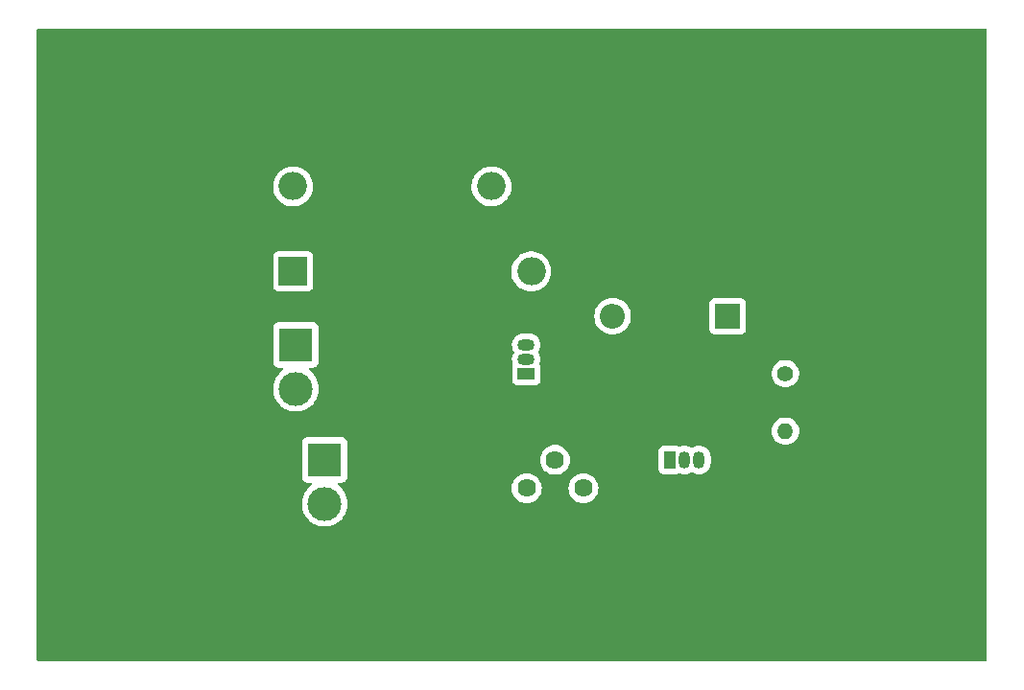
<source format=gbr>
%TF.GenerationSoftware,KiCad,Pcbnew,(6.0.4)*%
%TF.CreationDate,2022-06-07T17:35:18+05:30*%
%TF.ProjectId,sneka batch,736e656b-6120-4626-9174-63682e6b6963,rev?*%
%TF.SameCoordinates,Original*%
%TF.FileFunction,Copper,L2,Bot*%
%TF.FilePolarity,Positive*%
%FSLAX46Y46*%
G04 Gerber Fmt 4.6, Leading zero omitted, Abs format (unit mm)*
G04 Created by KiCad (PCBNEW (6.0.4)) date 2022-06-07 17:35:18*
%MOMM*%
%LPD*%
G01*
G04 APERTURE LIST*
%TA.AperFunction,ComponentPad*%
%ADD10R,3.000000X3.000000*%
%TD*%
%TA.AperFunction,ComponentPad*%
%ADD11C,3.000000*%
%TD*%
%TA.AperFunction,ComponentPad*%
%ADD12C,1.620000*%
%TD*%
%TA.AperFunction,ComponentPad*%
%ADD13C,1.400000*%
%TD*%
%TA.AperFunction,ComponentPad*%
%ADD14O,1.400000X1.400000*%
%TD*%
%TA.AperFunction,ComponentPad*%
%ADD15R,1.500000X1.050000*%
%TD*%
%TA.AperFunction,ComponentPad*%
%ADD16O,1.500000X1.050000*%
%TD*%
%TA.AperFunction,ComponentPad*%
%ADD17R,1.050000X1.500000*%
%TD*%
%TA.AperFunction,ComponentPad*%
%ADD18O,1.050000X1.500000*%
%TD*%
%TA.AperFunction,ComponentPad*%
%ADD19R,2.500000X2.500000*%
%TD*%
%TA.AperFunction,ComponentPad*%
%ADD20O,2.500000X2.500000*%
%TD*%
%TA.AperFunction,ComponentPad*%
%ADD21R,2.200000X2.200000*%
%TD*%
%TA.AperFunction,ComponentPad*%
%ADD22O,2.200000X2.200000*%
%TD*%
G04 APERTURE END LIST*
D10*
%TO.P,J2,1,Pin_1*%
%TO.N,Net-(D1-Pad1)*%
X127000000Y-60960000D03*
D11*
%TO.P,J2,2,Pin_2*%
%TO.N,Net-(Q1-Pad1)*%
X127000000Y-64840000D03*
%TD*%
D12*
%TO.P,RV1,1,1*%
%TO.N,Net-(J1-Pad2)*%
X147360000Y-73620000D03*
%TO.P,RV1,2,2*%
X149860000Y-71120000D03*
%TO.P,RV1,3,3*%
%TO.N,Net-(Q1-Pad1)*%
X152360000Y-73620000D03*
%TD*%
D13*
%TO.P,R1,1*%
%TO.N,Net-(D1-Pad1)*%
X170180000Y-63500000D03*
D14*
%TO.P,R1,2*%
%TO.N,Net-(Q1-Pad3)*%
X170180000Y-68580000D03*
%TD*%
D15*
%TO.P,Q2,1,E*%
%TO.N,Net-(Q1-Pad1)*%
X147320000Y-63500000D03*
D16*
%TO.P,Q2,2,B*%
%TO.N,Net-(Q1-Pad3)*%
X147320000Y-62230000D03*
%TO.P,Q2,3,C*%
%TO.N,Net-(D1-Pad2)*%
X147320000Y-60960000D03*
%TD*%
D17*
%TO.P,Q1,1,E*%
%TO.N,Net-(Q1-Pad1)*%
X160020000Y-71120000D03*
D18*
%TO.P,Q1,2,B*%
%TO.N,Net-(J1-Pad2)*%
X161290000Y-71120000D03*
%TO.P,Q1,3,C*%
%TO.N,Net-(Q1-Pad3)*%
X162560000Y-71120000D03*
%TD*%
D19*
%TO.P,K1,1*%
%TO.N,Net-(D1-Pad1)*%
X126752500Y-54457500D03*
D20*
%TO.P,K1,3*%
%TO.N,unconnected-(K1-Pad3)*%
X147752500Y-54457500D03*
%TO.P,K1,5*%
%TO.N,unconnected-(K1-Pad5)*%
X144252500Y-46957500D03*
%TO.P,K1,6*%
%TO.N,Net-(D1-Pad2)*%
X126752500Y-46957500D03*
%TD*%
D10*
%TO.P,J1,1,Pin_1*%
%TO.N,Net-(D1-Pad1)*%
X129540000Y-71120000D03*
D11*
%TO.P,J1,2,Pin_2*%
%TO.N,Net-(J1-Pad2)*%
X129540000Y-75000000D03*
%TD*%
D21*
%TO.P,D1,1,K*%
%TO.N,Net-(D1-Pad1)*%
X165100000Y-58420000D03*
D22*
%TO.P,D1,2,A*%
%TO.N,Net-(D1-Pad2)*%
X154940000Y-58420000D03*
%TD*%
%TA.AperFunction,NonConductor*%
G36*
X187902121Y-33040002D02*
G01*
X187948614Y-33093658D01*
X187960000Y-33146000D01*
X187960000Y-88774000D01*
X187939998Y-88842121D01*
X187886342Y-88888614D01*
X187834000Y-88900000D01*
X104266000Y-88900000D01*
X104197879Y-88879998D01*
X104151386Y-88826342D01*
X104140000Y-88774000D01*
X104140000Y-74978918D01*
X127526917Y-74978918D01*
X127542682Y-75252320D01*
X127543507Y-75256525D01*
X127543508Y-75256533D01*
X127554127Y-75310657D01*
X127595405Y-75521053D01*
X127596792Y-75525103D01*
X127596793Y-75525108D01*
X127617605Y-75585895D01*
X127684112Y-75780144D01*
X127807160Y-76024799D01*
X127809586Y-76028328D01*
X127809589Y-76028334D01*
X127959843Y-76246953D01*
X127962274Y-76250490D01*
X128146582Y-76453043D01*
X128356675Y-76628707D01*
X128360316Y-76630991D01*
X128585024Y-76771951D01*
X128585028Y-76771953D01*
X128588664Y-76774234D01*
X128656544Y-76804883D01*
X128834345Y-76885164D01*
X128834349Y-76885166D01*
X128838257Y-76886930D01*
X128842377Y-76888150D01*
X128842376Y-76888150D01*
X129096723Y-76963491D01*
X129096727Y-76963492D01*
X129100836Y-76964709D01*
X129105070Y-76965357D01*
X129105075Y-76965358D01*
X129367298Y-77005483D01*
X129367300Y-77005483D01*
X129371540Y-77006132D01*
X129510912Y-77008322D01*
X129641071Y-77010367D01*
X129641077Y-77010367D01*
X129645362Y-77010434D01*
X129917235Y-76977534D01*
X130182127Y-76908041D01*
X130186087Y-76906401D01*
X130186092Y-76906399D01*
X130308631Y-76855641D01*
X130435136Y-76803241D01*
X130671582Y-76665073D01*
X130887089Y-76496094D01*
X130928809Y-76453043D01*
X131074686Y-76302509D01*
X131077669Y-76299431D01*
X131080202Y-76295983D01*
X131080206Y-76295978D01*
X131237257Y-76082178D01*
X131239795Y-76078723D01*
X131267154Y-76028334D01*
X131368418Y-75841830D01*
X131368419Y-75841828D01*
X131370468Y-75838054D01*
X131467269Y-75581877D01*
X131528407Y-75314933D01*
X131552751Y-75042161D01*
X131553193Y-75000000D01*
X131547876Y-74922006D01*
X131534859Y-74731055D01*
X131534858Y-74731049D01*
X131534567Y-74726778D01*
X131479032Y-74458612D01*
X131387617Y-74200465D01*
X131262013Y-73957112D01*
X131252040Y-73942921D01*
X131107008Y-73736562D01*
X131104545Y-73733057D01*
X130999486Y-73620000D01*
X146036464Y-73620000D01*
X146056571Y-73849830D01*
X146116283Y-74072676D01*
X146118608Y-74077661D01*
X146211458Y-74276781D01*
X146211461Y-74276786D01*
X146213784Y-74281768D01*
X146216941Y-74286276D01*
X146340551Y-74462809D01*
X146346113Y-74470753D01*
X146509247Y-74633887D01*
X146513755Y-74637044D01*
X146513758Y-74637046D01*
X146592630Y-74692272D01*
X146698232Y-74766216D01*
X146703214Y-74768539D01*
X146703219Y-74768542D01*
X146809558Y-74818128D01*
X146907324Y-74863717D01*
X147130170Y-74923429D01*
X147360000Y-74943536D01*
X147589830Y-74923429D01*
X147812676Y-74863717D01*
X147910442Y-74818128D01*
X148016781Y-74768542D01*
X148016786Y-74768539D01*
X148021768Y-74766216D01*
X148127370Y-74692272D01*
X148206242Y-74637046D01*
X148206245Y-74637044D01*
X148210753Y-74633887D01*
X148373887Y-74470753D01*
X148379450Y-74462809D01*
X148503059Y-74286276D01*
X148506216Y-74281768D01*
X148508539Y-74276786D01*
X148508542Y-74276781D01*
X148601392Y-74077661D01*
X148603717Y-74072676D01*
X148663429Y-73849830D01*
X148683536Y-73620000D01*
X151036464Y-73620000D01*
X151056571Y-73849830D01*
X151116283Y-74072676D01*
X151118608Y-74077661D01*
X151211458Y-74276781D01*
X151211461Y-74276786D01*
X151213784Y-74281768D01*
X151216941Y-74286276D01*
X151340551Y-74462809D01*
X151346113Y-74470753D01*
X151509247Y-74633887D01*
X151513755Y-74637044D01*
X151513758Y-74637046D01*
X151592630Y-74692272D01*
X151698232Y-74766216D01*
X151703214Y-74768539D01*
X151703219Y-74768542D01*
X151809558Y-74818128D01*
X151907324Y-74863717D01*
X152130170Y-74923429D01*
X152360000Y-74943536D01*
X152589830Y-74923429D01*
X152812676Y-74863717D01*
X152910442Y-74818128D01*
X153016781Y-74768542D01*
X153016786Y-74768539D01*
X153021768Y-74766216D01*
X153127370Y-74692272D01*
X153206242Y-74637046D01*
X153206245Y-74637044D01*
X153210753Y-74633887D01*
X153373887Y-74470753D01*
X153379450Y-74462809D01*
X153503059Y-74286276D01*
X153506216Y-74281768D01*
X153508539Y-74276786D01*
X153508542Y-74276781D01*
X153601392Y-74077661D01*
X153603717Y-74072676D01*
X153663429Y-73849830D01*
X153683536Y-73620000D01*
X153663429Y-73390170D01*
X153603717Y-73167324D01*
X153556109Y-73065229D01*
X153508542Y-72963219D01*
X153508539Y-72963214D01*
X153506216Y-72958232D01*
X153373887Y-72769247D01*
X153210753Y-72606113D01*
X153206245Y-72602956D01*
X153206242Y-72602954D01*
X153127370Y-72547728D01*
X153021768Y-72473784D01*
X153016786Y-72471461D01*
X153016781Y-72471458D01*
X152828101Y-72383476D01*
X152812676Y-72376283D01*
X152589830Y-72316571D01*
X152360000Y-72296464D01*
X152130170Y-72316571D01*
X151907324Y-72376283D01*
X151891899Y-72383476D01*
X151703219Y-72471458D01*
X151703214Y-72471461D01*
X151698232Y-72473784D01*
X151592630Y-72547728D01*
X151513758Y-72602954D01*
X151513755Y-72602956D01*
X151509247Y-72606113D01*
X151346113Y-72769247D01*
X151213784Y-72958232D01*
X151211461Y-72963214D01*
X151211458Y-72963219D01*
X151163891Y-73065229D01*
X151116283Y-73167324D01*
X151056571Y-73390170D01*
X151036464Y-73620000D01*
X148683536Y-73620000D01*
X148663429Y-73390170D01*
X148603717Y-73167324D01*
X148556109Y-73065229D01*
X148508542Y-72963219D01*
X148508539Y-72963214D01*
X148506216Y-72958232D01*
X148373887Y-72769247D01*
X148210753Y-72606113D01*
X148206245Y-72602956D01*
X148206242Y-72602954D01*
X148127370Y-72547728D01*
X148021768Y-72473784D01*
X148016786Y-72471461D01*
X148016781Y-72471458D01*
X147828101Y-72383476D01*
X147812676Y-72376283D01*
X147589830Y-72316571D01*
X147360000Y-72296464D01*
X147130170Y-72316571D01*
X146907324Y-72376283D01*
X146891899Y-72383476D01*
X146703219Y-72471458D01*
X146703214Y-72471461D01*
X146698232Y-72473784D01*
X146592630Y-72547728D01*
X146513758Y-72602954D01*
X146513755Y-72602956D01*
X146509247Y-72606113D01*
X146346113Y-72769247D01*
X146213784Y-72958232D01*
X146211461Y-72963214D01*
X146211458Y-72963219D01*
X146163891Y-73065229D01*
X146116283Y-73167324D01*
X146056571Y-73390170D01*
X146036464Y-73620000D01*
X130999486Y-73620000D01*
X130918125Y-73532445D01*
X130914810Y-73529731D01*
X130914806Y-73529728D01*
X130709523Y-73361706D01*
X130706205Y-73358990D01*
X130703095Y-73357084D01*
X130659251Y-73301439D01*
X130652436Y-73230771D01*
X130684909Y-73167636D01*
X130746360Y-73132080D01*
X130776181Y-73128500D01*
X131088134Y-73128500D01*
X131150316Y-73121745D01*
X131286705Y-73070615D01*
X131403261Y-72983261D01*
X131490615Y-72866705D01*
X131541745Y-72730316D01*
X131548500Y-72668134D01*
X131548500Y-71120000D01*
X148536464Y-71120000D01*
X148556571Y-71349830D01*
X148616283Y-71572676D01*
X148618608Y-71577661D01*
X148711458Y-71776781D01*
X148711461Y-71776786D01*
X148713784Y-71781768D01*
X148716941Y-71786276D01*
X148822085Y-71936437D01*
X148846113Y-71970753D01*
X149009247Y-72133887D01*
X149013755Y-72137044D01*
X149013758Y-72137046D01*
X149047738Y-72160839D01*
X149198232Y-72266216D01*
X149203214Y-72268539D01*
X149203219Y-72268542D01*
X149287583Y-72307881D01*
X149407324Y-72363717D01*
X149630170Y-72423429D01*
X149860000Y-72443536D01*
X150089830Y-72423429D01*
X150312676Y-72363717D01*
X150432417Y-72307881D01*
X150516781Y-72268542D01*
X150516786Y-72268539D01*
X150521768Y-72266216D01*
X150672262Y-72160839D01*
X150706242Y-72137046D01*
X150706245Y-72137044D01*
X150710753Y-72133887D01*
X150873887Y-71970753D01*
X150897916Y-71936437D01*
X150910732Y-71918134D01*
X158986500Y-71918134D01*
X158993255Y-71980316D01*
X159044385Y-72116705D01*
X159131739Y-72233261D01*
X159248295Y-72320615D01*
X159384684Y-72371745D01*
X159446866Y-72378500D01*
X160593134Y-72378500D01*
X160655316Y-72371745D01*
X160696623Y-72356260D01*
X160783296Y-72323768D01*
X160783299Y-72323766D01*
X160791705Y-72320615D01*
X160798894Y-72315227D01*
X160799137Y-72315094D01*
X160868494Y-72299924D01*
X160896907Y-72305248D01*
X161081180Y-72362290D01*
X161087305Y-72362934D01*
X161087306Y-72362934D01*
X161276622Y-72382832D01*
X161276623Y-72382832D01*
X161282750Y-72383476D01*
X161377421Y-72374860D01*
X161478457Y-72365665D01*
X161478460Y-72365664D01*
X161484596Y-72365106D01*
X161490502Y-72363368D01*
X161490506Y-72363367D01*
X161649503Y-72316571D01*
X161679029Y-72307881D01*
X161684486Y-72305028D01*
X161684489Y-72305027D01*
X161821765Y-72233261D01*
X161858460Y-72214077D01*
X161858462Y-72214077D01*
X161858645Y-72213981D01*
X161858663Y-72214016D01*
X161924441Y-72194111D01*
X161985409Y-72209271D01*
X162157565Y-72302356D01*
X162226733Y-72323767D01*
X162345293Y-72360468D01*
X162345296Y-72360469D01*
X162351180Y-72362290D01*
X162357305Y-72362934D01*
X162357306Y-72362934D01*
X162546622Y-72382832D01*
X162546623Y-72382832D01*
X162552750Y-72383476D01*
X162647421Y-72374860D01*
X162748457Y-72365665D01*
X162748460Y-72365664D01*
X162754596Y-72365106D01*
X162760502Y-72363368D01*
X162760506Y-72363367D01*
X162919503Y-72316571D01*
X162949029Y-72307881D01*
X162954486Y-72305028D01*
X162954489Y-72305027D01*
X163091765Y-72233261D01*
X163128645Y-72213981D01*
X163286601Y-72086981D01*
X163416881Y-71931719D01*
X163419845Y-71926327D01*
X163419848Y-71926323D01*
X163511556Y-71759506D01*
X163514523Y-71754109D01*
X163575807Y-71560916D01*
X163593500Y-71403183D01*
X163593500Y-70843996D01*
X163578723Y-70693287D01*
X163520142Y-70499258D01*
X163424990Y-70320302D01*
X163296890Y-70163237D01*
X163258772Y-70131703D01*
X163145472Y-70037973D01*
X163145469Y-70037971D01*
X163140722Y-70034044D01*
X162962435Y-69937644D01*
X162865628Y-69907677D01*
X162774707Y-69879532D01*
X162774704Y-69879531D01*
X162768820Y-69877710D01*
X162762695Y-69877066D01*
X162762694Y-69877066D01*
X162573378Y-69857168D01*
X162573377Y-69857168D01*
X162567250Y-69856524D01*
X162483986Y-69864102D01*
X162371543Y-69874335D01*
X162371540Y-69874336D01*
X162365404Y-69874894D01*
X162359498Y-69876632D01*
X162359494Y-69876633D01*
X162224947Y-69916233D01*
X162170971Y-69932119D01*
X162165514Y-69934972D01*
X162165511Y-69934973D01*
X162081163Y-69979069D01*
X161991540Y-70025923D01*
X161991538Y-70025923D01*
X161991355Y-70026019D01*
X161991337Y-70025984D01*
X161925559Y-70045889D01*
X161864591Y-70030729D01*
X161855815Y-70025984D01*
X161692435Y-69937644D01*
X161595628Y-69907677D01*
X161504707Y-69879532D01*
X161504704Y-69879531D01*
X161498820Y-69877710D01*
X161492695Y-69877066D01*
X161492694Y-69877066D01*
X161303378Y-69857168D01*
X161303377Y-69857168D01*
X161297250Y-69856524D01*
X161213986Y-69864102D01*
X161101543Y-69874335D01*
X161101540Y-69874336D01*
X161095404Y-69874894D01*
X161089498Y-69876632D01*
X161089494Y-69876633D01*
X160906879Y-69930380D01*
X160906877Y-69930381D01*
X160905493Y-69930788D01*
X160900971Y-69932119D01*
X160900718Y-69931260D01*
X160835338Y-69937714D01*
X160798594Y-69924548D01*
X160791705Y-69919385D01*
X160783304Y-69916236D01*
X160783301Y-69916234D01*
X160685397Y-69879532D01*
X160655316Y-69868255D01*
X160593134Y-69861500D01*
X159446866Y-69861500D01*
X159384684Y-69868255D01*
X159248295Y-69919385D01*
X159131739Y-70006739D01*
X159044385Y-70123295D01*
X158993255Y-70259684D01*
X158986500Y-70321866D01*
X158986500Y-71918134D01*
X150910732Y-71918134D01*
X151003059Y-71786276D01*
X151006216Y-71781768D01*
X151008539Y-71776786D01*
X151008542Y-71776781D01*
X151101392Y-71577661D01*
X151103717Y-71572676D01*
X151163429Y-71349830D01*
X151183536Y-71120000D01*
X151163429Y-70890170D01*
X151103717Y-70667324D01*
X151025347Y-70499258D01*
X151008542Y-70463219D01*
X151008539Y-70463214D01*
X151006216Y-70458232D01*
X150873887Y-70269247D01*
X150710753Y-70106113D01*
X150706245Y-70102956D01*
X150706242Y-70102954D01*
X150592291Y-70023165D01*
X150521768Y-69973784D01*
X150516786Y-69971461D01*
X150516781Y-69971458D01*
X150398349Y-69916233D01*
X150312676Y-69876283D01*
X150089830Y-69816571D01*
X149860000Y-69796464D01*
X149630170Y-69816571D01*
X149407324Y-69876283D01*
X149321651Y-69916233D01*
X149203219Y-69971458D01*
X149203214Y-69971461D01*
X149198232Y-69973784D01*
X149127709Y-70023165D01*
X149013758Y-70102954D01*
X149013755Y-70102956D01*
X149009247Y-70106113D01*
X148846113Y-70269247D01*
X148713784Y-70458232D01*
X148711461Y-70463214D01*
X148711458Y-70463219D01*
X148694653Y-70499258D01*
X148616283Y-70667324D01*
X148556571Y-70890170D01*
X148536464Y-71120000D01*
X131548500Y-71120000D01*
X131548500Y-69571866D01*
X131541745Y-69509684D01*
X131490615Y-69373295D01*
X131403261Y-69256739D01*
X131286705Y-69169385D01*
X131150316Y-69118255D01*
X131088134Y-69111500D01*
X127991866Y-69111500D01*
X127929684Y-69118255D01*
X127793295Y-69169385D01*
X127676739Y-69256739D01*
X127589385Y-69373295D01*
X127538255Y-69509684D01*
X127531500Y-69571866D01*
X127531500Y-72668134D01*
X127538255Y-72730316D01*
X127589385Y-72866705D01*
X127676739Y-72983261D01*
X127793295Y-73070615D01*
X127929684Y-73121745D01*
X127991866Y-73128500D01*
X128304815Y-73128500D01*
X128372936Y-73148502D01*
X128419429Y-73202158D01*
X128429533Y-73272432D01*
X128400039Y-73337012D01*
X128383596Y-73352834D01*
X128177318Y-73518094D01*
X127988808Y-73716742D01*
X127829002Y-73939136D01*
X127700857Y-74181161D01*
X127699385Y-74185184D01*
X127699383Y-74185188D01*
X127662390Y-74286276D01*
X127606743Y-74438337D01*
X127548404Y-74705907D01*
X127526917Y-74978918D01*
X104140000Y-74978918D01*
X104140000Y-68580000D01*
X168966884Y-68580000D01*
X168985314Y-68790655D01*
X169040044Y-68994910D01*
X169042366Y-68999891D01*
X169042367Y-68999892D01*
X169123915Y-69174771D01*
X169129411Y-69186558D01*
X169250699Y-69359776D01*
X169400224Y-69509301D01*
X169573442Y-69630589D01*
X169578420Y-69632910D01*
X169578423Y-69632912D01*
X169760108Y-69717633D01*
X169765090Y-69719956D01*
X169770398Y-69721378D01*
X169770400Y-69721379D01*
X169964030Y-69773262D01*
X169964032Y-69773262D01*
X169969345Y-69774686D01*
X170180000Y-69793116D01*
X170390655Y-69774686D01*
X170395968Y-69773262D01*
X170395970Y-69773262D01*
X170589600Y-69721379D01*
X170589602Y-69721378D01*
X170594910Y-69719956D01*
X170599892Y-69717633D01*
X170781577Y-69632912D01*
X170781580Y-69632910D01*
X170786558Y-69630589D01*
X170959776Y-69509301D01*
X171109301Y-69359776D01*
X171230589Y-69186558D01*
X171236086Y-69174771D01*
X171317633Y-68999892D01*
X171317634Y-68999891D01*
X171319956Y-68994910D01*
X171374686Y-68790655D01*
X171393116Y-68580000D01*
X171374686Y-68369345D01*
X171319956Y-68165090D01*
X171230589Y-67973442D01*
X171109301Y-67800224D01*
X170959776Y-67650699D01*
X170786558Y-67529411D01*
X170781580Y-67527090D01*
X170781577Y-67527088D01*
X170599892Y-67442367D01*
X170599891Y-67442366D01*
X170594910Y-67440044D01*
X170589602Y-67438622D01*
X170589600Y-67438621D01*
X170395970Y-67386738D01*
X170395968Y-67386738D01*
X170390655Y-67385314D01*
X170180000Y-67366884D01*
X169969345Y-67385314D01*
X169964032Y-67386738D01*
X169964030Y-67386738D01*
X169770400Y-67438621D01*
X169770398Y-67438622D01*
X169765090Y-67440044D01*
X169760109Y-67442366D01*
X169760108Y-67442367D01*
X169578423Y-67527088D01*
X169578420Y-67527090D01*
X169573442Y-67529411D01*
X169400224Y-67650699D01*
X169250699Y-67800224D01*
X169129411Y-67973442D01*
X169040044Y-68165090D01*
X168985314Y-68369345D01*
X168966884Y-68580000D01*
X104140000Y-68580000D01*
X104140000Y-64818918D01*
X124986917Y-64818918D01*
X125002682Y-65092320D01*
X125003507Y-65096525D01*
X125003508Y-65096533D01*
X125014127Y-65150657D01*
X125055405Y-65361053D01*
X125056792Y-65365103D01*
X125056793Y-65365108D01*
X125077605Y-65425895D01*
X125144112Y-65620144D01*
X125267160Y-65864799D01*
X125269586Y-65868328D01*
X125269589Y-65868334D01*
X125419843Y-66086953D01*
X125422274Y-66090490D01*
X125606582Y-66293043D01*
X125816675Y-66468707D01*
X125820316Y-66470991D01*
X126045024Y-66611951D01*
X126045028Y-66611953D01*
X126048664Y-66614234D01*
X126116544Y-66644883D01*
X126294345Y-66725164D01*
X126294349Y-66725166D01*
X126298257Y-66726930D01*
X126302377Y-66728150D01*
X126302376Y-66728150D01*
X126556723Y-66803491D01*
X126556727Y-66803492D01*
X126560836Y-66804709D01*
X126565070Y-66805357D01*
X126565075Y-66805358D01*
X126827298Y-66845483D01*
X126827300Y-66845483D01*
X126831540Y-66846132D01*
X126970912Y-66848322D01*
X127101071Y-66850367D01*
X127101077Y-66850367D01*
X127105362Y-66850434D01*
X127377235Y-66817534D01*
X127642127Y-66748041D01*
X127646087Y-66746401D01*
X127646092Y-66746399D01*
X127768631Y-66695641D01*
X127895136Y-66643241D01*
X128131582Y-66505073D01*
X128347089Y-66336094D01*
X128388809Y-66293043D01*
X128534686Y-66142509D01*
X128537669Y-66139431D01*
X128540202Y-66135983D01*
X128540206Y-66135978D01*
X128697257Y-65922178D01*
X128699795Y-65918723D01*
X128727154Y-65868334D01*
X128828418Y-65681830D01*
X128828419Y-65681828D01*
X128830468Y-65678054D01*
X128927269Y-65421877D01*
X128988407Y-65154933D01*
X129012751Y-64882161D01*
X129013193Y-64840000D01*
X129004543Y-64713116D01*
X128994859Y-64571055D01*
X128994858Y-64571049D01*
X128994567Y-64566778D01*
X128991696Y-64552912D01*
X128939901Y-64302809D01*
X128939032Y-64298612D01*
X128847617Y-64040465D01*
X128722013Y-63797112D01*
X128712040Y-63782921D01*
X128567008Y-63576562D01*
X128564545Y-63573057D01*
X128378125Y-63372445D01*
X128374810Y-63369731D01*
X128374806Y-63369728D01*
X128169523Y-63201706D01*
X128166205Y-63198990D01*
X128163095Y-63197084D01*
X128119251Y-63141439D01*
X128112436Y-63070771D01*
X128144909Y-63007636D01*
X128206360Y-62972080D01*
X128236181Y-62968500D01*
X128548134Y-62968500D01*
X128610316Y-62961745D01*
X128746705Y-62910615D01*
X128863261Y-62823261D01*
X128950615Y-62706705D01*
X129001745Y-62570316D01*
X129008500Y-62508134D01*
X129008500Y-62222750D01*
X146056524Y-62222750D01*
X146062361Y-62286884D01*
X146069231Y-62362367D01*
X146074894Y-62424596D01*
X146076632Y-62430502D01*
X146076633Y-62430506D01*
X146130380Y-62613121D01*
X146130788Y-62614507D01*
X146132119Y-62619029D01*
X146131260Y-62619282D01*
X146137714Y-62684662D01*
X146124548Y-62721406D01*
X146119385Y-62728295D01*
X146116236Y-62736696D01*
X146116234Y-62736699D01*
X146086475Y-62816081D01*
X146068255Y-62864684D01*
X146061500Y-62926866D01*
X146061500Y-64073134D01*
X146068255Y-64135316D01*
X146119385Y-64271705D01*
X146206739Y-64388261D01*
X146323295Y-64475615D01*
X146459684Y-64526745D01*
X146521866Y-64533500D01*
X148118134Y-64533500D01*
X148180316Y-64526745D01*
X148316705Y-64475615D01*
X148433261Y-64388261D01*
X148520615Y-64271705D01*
X148571745Y-64135316D01*
X148578500Y-64073134D01*
X148578500Y-63500000D01*
X168966884Y-63500000D01*
X168985314Y-63710655D01*
X168986738Y-63715968D01*
X168986738Y-63715970D01*
X169004678Y-63782921D01*
X169040044Y-63914910D01*
X169042366Y-63919891D01*
X169042367Y-63919892D01*
X169112232Y-64069717D01*
X169129411Y-64106558D01*
X169250699Y-64279776D01*
X169400224Y-64429301D01*
X169573442Y-64550589D01*
X169578420Y-64552910D01*
X169578423Y-64552912D01*
X169608159Y-64566778D01*
X169765090Y-64639956D01*
X169770398Y-64641378D01*
X169770400Y-64641379D01*
X169964030Y-64693262D01*
X169964032Y-64693262D01*
X169969345Y-64694686D01*
X170180000Y-64713116D01*
X170390655Y-64694686D01*
X170395968Y-64693262D01*
X170395970Y-64693262D01*
X170589600Y-64641379D01*
X170589602Y-64641378D01*
X170594910Y-64639956D01*
X170751841Y-64566778D01*
X170781577Y-64552912D01*
X170781580Y-64552910D01*
X170786558Y-64550589D01*
X170959776Y-64429301D01*
X171109301Y-64279776D01*
X171230589Y-64106558D01*
X171247769Y-64069717D01*
X171317633Y-63919892D01*
X171317634Y-63919891D01*
X171319956Y-63914910D01*
X171355323Y-63782921D01*
X171373262Y-63715970D01*
X171373262Y-63715968D01*
X171374686Y-63710655D01*
X171393116Y-63500000D01*
X171374686Y-63289345D01*
X171351203Y-63201706D01*
X171321379Y-63090400D01*
X171321378Y-63090398D01*
X171319956Y-63085090D01*
X171301836Y-63046232D01*
X171232912Y-62898423D01*
X171232910Y-62898420D01*
X171230589Y-62893442D01*
X171109301Y-62720224D01*
X170959776Y-62570699D01*
X170786558Y-62449411D01*
X170781580Y-62447090D01*
X170781577Y-62447088D01*
X170599892Y-62362367D01*
X170599891Y-62362366D01*
X170594910Y-62360044D01*
X170589602Y-62358622D01*
X170589600Y-62358621D01*
X170395970Y-62306738D01*
X170395968Y-62306738D01*
X170390655Y-62305314D01*
X170180000Y-62286884D01*
X169969345Y-62305314D01*
X169964032Y-62306738D01*
X169964030Y-62306738D01*
X169770400Y-62358621D01*
X169770398Y-62358622D01*
X169765090Y-62360044D01*
X169760109Y-62362366D01*
X169760108Y-62362367D01*
X169578423Y-62447088D01*
X169578420Y-62447090D01*
X169573442Y-62449411D01*
X169400224Y-62570699D01*
X169250699Y-62720224D01*
X169129411Y-62893442D01*
X169127090Y-62898420D01*
X169127088Y-62898423D01*
X169058164Y-63046232D01*
X169040044Y-63085090D01*
X169038622Y-63090398D01*
X169038621Y-63090400D01*
X169008797Y-63201706D01*
X168985314Y-63289345D01*
X168966884Y-63500000D01*
X148578500Y-63500000D01*
X148578500Y-62926866D01*
X148571745Y-62864684D01*
X148553525Y-62816081D01*
X148523768Y-62736704D01*
X148523766Y-62736701D01*
X148520615Y-62728295D01*
X148515227Y-62721106D01*
X148515094Y-62720863D01*
X148499924Y-62651506D01*
X148505248Y-62623092D01*
X148506428Y-62619282D01*
X148562290Y-62438820D01*
X148576173Y-62306738D01*
X148582832Y-62243378D01*
X148582832Y-62243377D01*
X148583476Y-62237250D01*
X148565106Y-62035404D01*
X148507881Y-61840971D01*
X148503951Y-61833452D01*
X148416835Y-61666815D01*
X148413981Y-61661355D01*
X148414016Y-61661337D01*
X148394111Y-61595559D01*
X148409271Y-61534591D01*
X148499426Y-61367853D01*
X148502356Y-61362435D01*
X148562290Y-61168820D01*
X148583476Y-60967250D01*
X148565106Y-60765404D01*
X148507881Y-60570971D01*
X148503951Y-60563452D01*
X148416835Y-60396815D01*
X148413981Y-60391355D01*
X148408630Y-60384699D01*
X148290840Y-60238199D01*
X148286981Y-60233399D01*
X148131719Y-60103119D01*
X148126327Y-60100155D01*
X148126323Y-60100152D01*
X147959506Y-60008444D01*
X147954109Y-60005477D01*
X147760916Y-59944193D01*
X147754799Y-59943507D01*
X147754795Y-59943506D01*
X147680652Y-59935190D01*
X147603183Y-59926500D01*
X147043996Y-59926500D01*
X146893287Y-59941277D01*
X146699258Y-59999858D01*
X146520302Y-60095010D01*
X146363237Y-60223110D01*
X146359310Y-60227857D01*
X146359308Y-60227859D01*
X146237973Y-60374528D01*
X146237971Y-60374531D01*
X146234044Y-60379278D01*
X146137644Y-60557565D01*
X146077710Y-60751180D01*
X146056524Y-60952750D01*
X146074894Y-61154596D01*
X146132119Y-61349029D01*
X146134972Y-61354486D01*
X146134973Y-61354489D01*
X146139127Y-61362435D01*
X146225923Y-61528460D01*
X146225923Y-61528462D01*
X146226019Y-61528645D01*
X146225984Y-61528663D01*
X146245889Y-61594441D01*
X146230729Y-61655409D01*
X146137644Y-61827565D01*
X146077710Y-62021180D01*
X146056524Y-62222750D01*
X129008500Y-62222750D01*
X129008500Y-59411866D01*
X129001745Y-59349684D01*
X128950615Y-59213295D01*
X128863261Y-59096739D01*
X128746705Y-59009385D01*
X128610316Y-58958255D01*
X128548134Y-58951500D01*
X125451866Y-58951500D01*
X125389684Y-58958255D01*
X125253295Y-59009385D01*
X125136739Y-59096739D01*
X125049385Y-59213295D01*
X124998255Y-59349684D01*
X124991500Y-59411866D01*
X124991500Y-62508134D01*
X124998255Y-62570316D01*
X125049385Y-62706705D01*
X125136739Y-62823261D01*
X125253295Y-62910615D01*
X125389684Y-62961745D01*
X125451866Y-62968500D01*
X125764815Y-62968500D01*
X125832936Y-62988502D01*
X125879429Y-63042158D01*
X125889533Y-63112432D01*
X125860039Y-63177012D01*
X125843596Y-63192834D01*
X125637318Y-63358094D01*
X125620717Y-63375588D01*
X125497459Y-63505475D01*
X125448808Y-63556742D01*
X125289002Y-63779136D01*
X125160857Y-64021161D01*
X125159385Y-64025184D01*
X125159383Y-64025188D01*
X125119082Y-64135316D01*
X125066743Y-64278337D01*
X125008404Y-64545907D01*
X124986917Y-64818918D01*
X104140000Y-64818918D01*
X104140000Y-58420000D01*
X153326526Y-58420000D01*
X153346391Y-58672403D01*
X153405495Y-58918591D01*
X153502384Y-59152502D01*
X153634672Y-59368376D01*
X153799102Y-59560898D01*
X153991624Y-59725328D01*
X154207498Y-59857616D01*
X154212068Y-59859509D01*
X154212072Y-59859511D01*
X154421011Y-59946056D01*
X154441409Y-59954505D01*
X154508513Y-59970615D01*
X154682784Y-60012454D01*
X154682790Y-60012455D01*
X154687597Y-60013609D01*
X154940000Y-60033474D01*
X155192403Y-60013609D01*
X155197210Y-60012455D01*
X155197216Y-60012454D01*
X155371487Y-59970615D01*
X155438591Y-59954505D01*
X155458989Y-59946056D01*
X155667928Y-59859511D01*
X155667932Y-59859509D01*
X155672502Y-59857616D01*
X155888376Y-59725328D01*
X156072426Y-59568134D01*
X163491500Y-59568134D01*
X163498255Y-59630316D01*
X163549385Y-59766705D01*
X163636739Y-59883261D01*
X163753295Y-59970615D01*
X163889684Y-60021745D01*
X163951866Y-60028500D01*
X166248134Y-60028500D01*
X166310316Y-60021745D01*
X166446705Y-59970615D01*
X166563261Y-59883261D01*
X166650615Y-59766705D01*
X166701745Y-59630316D01*
X166708500Y-59568134D01*
X166708500Y-57271866D01*
X166701745Y-57209684D01*
X166650615Y-57073295D01*
X166563261Y-56956739D01*
X166446705Y-56869385D01*
X166310316Y-56818255D01*
X166248134Y-56811500D01*
X163951866Y-56811500D01*
X163889684Y-56818255D01*
X163753295Y-56869385D01*
X163636739Y-56956739D01*
X163549385Y-57073295D01*
X163498255Y-57209684D01*
X163491500Y-57271866D01*
X163491500Y-59568134D01*
X156072426Y-59568134D01*
X156080898Y-59560898D01*
X156245328Y-59368376D01*
X156377616Y-59152502D01*
X156474505Y-58918591D01*
X156533609Y-58672403D01*
X156553474Y-58420000D01*
X156533609Y-58167597D01*
X156474505Y-57921409D01*
X156377616Y-57687498D01*
X156245328Y-57471624D01*
X156080898Y-57279102D01*
X155888376Y-57114672D01*
X155672502Y-56982384D01*
X155667932Y-56980491D01*
X155667928Y-56980489D01*
X155443164Y-56887389D01*
X155443162Y-56887388D01*
X155438591Y-56885495D01*
X155353968Y-56865179D01*
X155197216Y-56827546D01*
X155197210Y-56827545D01*
X155192403Y-56826391D01*
X154940000Y-56806526D01*
X154687597Y-56826391D01*
X154682790Y-56827545D01*
X154682784Y-56827546D01*
X154526032Y-56865179D01*
X154441409Y-56885495D01*
X154436838Y-56887388D01*
X154436836Y-56887389D01*
X154212072Y-56980489D01*
X154212068Y-56980491D01*
X154207498Y-56982384D01*
X153991624Y-57114672D01*
X153799102Y-57279102D01*
X153634672Y-57471624D01*
X153502384Y-57687498D01*
X153405495Y-57921409D01*
X153346391Y-58167597D01*
X153326526Y-58420000D01*
X104140000Y-58420000D01*
X104140000Y-55755634D01*
X124994000Y-55755634D01*
X125000755Y-55817816D01*
X125051885Y-55954205D01*
X125139239Y-56070761D01*
X125255795Y-56158115D01*
X125392184Y-56209245D01*
X125454366Y-56216000D01*
X128050634Y-56216000D01*
X128112816Y-56209245D01*
X128249205Y-56158115D01*
X128365761Y-56070761D01*
X128453115Y-55954205D01*
X128504245Y-55817816D01*
X128511000Y-55755634D01*
X128511000Y-54411339D01*
X145989673Y-54411339D01*
X146002213Y-54672408D01*
X146053204Y-54928756D01*
X146141526Y-55174752D01*
X146143742Y-55178876D01*
X146208253Y-55298937D01*
X146265237Y-55404991D01*
X146268032Y-55408734D01*
X146268034Y-55408737D01*
X146418830Y-55610677D01*
X146418835Y-55610683D01*
X146421622Y-55614415D01*
X146424931Y-55617695D01*
X146424936Y-55617701D01*
X146603926Y-55795135D01*
X146607243Y-55798423D01*
X146611005Y-55801181D01*
X146611008Y-55801184D01*
X146808236Y-55945797D01*
X146818024Y-55952974D01*
X146822167Y-55955154D01*
X146822169Y-55955155D01*
X147045184Y-56072489D01*
X147045189Y-56072491D01*
X147049334Y-56074672D01*
X147296090Y-56160844D01*
X147300683Y-56161716D01*
X147548285Y-56208724D01*
X147548288Y-56208724D01*
X147552874Y-56209595D01*
X147683459Y-56214726D01*
X147809375Y-56219674D01*
X147809381Y-56219674D01*
X147814043Y-56219857D01*
X147903151Y-56210098D01*
X148069207Y-56191912D01*
X148069212Y-56191911D01*
X148073860Y-56191402D01*
X148186616Y-56161716D01*
X148322094Y-56126048D01*
X148322096Y-56126047D01*
X148326617Y-56124857D01*
X148566762Y-56021682D01*
X148789019Y-55884146D01*
X148792582Y-55881129D01*
X148792587Y-55881126D01*
X148984939Y-55718287D01*
X148984940Y-55718286D01*
X148988505Y-55715268D01*
X149080229Y-55610677D01*
X149157757Y-55522274D01*
X149157761Y-55522269D01*
X149160839Y-55518759D01*
X149302233Y-55298937D01*
X149409583Y-55060629D01*
X149480530Y-54809072D01*
X149497332Y-54676996D01*
X149513116Y-54552921D01*
X149513116Y-54552917D01*
X149513514Y-54549791D01*
X149515931Y-54457500D01*
X149496561Y-54196848D01*
X149485225Y-54146748D01*
X149439908Y-53946480D01*
X149438877Y-53941923D01*
X149344147Y-53698323D01*
X149214451Y-53471402D01*
X149052638Y-53266143D01*
X148862263Y-53087057D01*
X148647509Y-52938076D01*
X148643316Y-52936008D01*
X148417281Y-52824540D01*
X148417278Y-52824539D01*
X148413093Y-52822475D01*
X148366949Y-52807704D01*
X148168623Y-52744220D01*
X148164165Y-52742793D01*
X147906193Y-52700779D01*
X147792442Y-52699290D01*
X147649522Y-52697419D01*
X147649519Y-52697419D01*
X147644845Y-52697358D01*
X147385862Y-52732604D01*
X147134933Y-52805743D01*
X147130680Y-52807703D01*
X147130679Y-52807704D01*
X147094159Y-52824540D01*
X146897572Y-52915168D01*
X146858567Y-52940741D01*
X146682904Y-53055910D01*
X146682899Y-53055914D01*
X146678991Y-53058476D01*
X146483994Y-53232518D01*
X146316863Y-53433470D01*
X146181271Y-53656919D01*
X146080197Y-53897955D01*
X146015859Y-54151283D01*
X145989673Y-54411339D01*
X128511000Y-54411339D01*
X128511000Y-53159366D01*
X128504245Y-53097184D01*
X128453115Y-52960795D01*
X128365761Y-52844239D01*
X128249205Y-52756885D01*
X128112816Y-52705755D01*
X128050634Y-52699000D01*
X125454366Y-52699000D01*
X125392184Y-52705755D01*
X125255795Y-52756885D01*
X125139239Y-52844239D01*
X125051885Y-52960795D01*
X125000755Y-53097184D01*
X124994000Y-53159366D01*
X124994000Y-55755634D01*
X104140000Y-55755634D01*
X104140000Y-46911339D01*
X124989673Y-46911339D01*
X125002213Y-47172408D01*
X125053204Y-47428756D01*
X125141526Y-47674752D01*
X125143742Y-47678876D01*
X125208253Y-47798937D01*
X125265237Y-47904991D01*
X125268032Y-47908734D01*
X125268034Y-47908737D01*
X125418830Y-48110677D01*
X125418835Y-48110683D01*
X125421622Y-48114415D01*
X125424931Y-48117695D01*
X125424936Y-48117701D01*
X125603926Y-48295135D01*
X125607243Y-48298423D01*
X125611005Y-48301181D01*
X125611008Y-48301184D01*
X125814250Y-48450207D01*
X125818024Y-48452974D01*
X125822167Y-48455154D01*
X125822169Y-48455155D01*
X126045184Y-48572489D01*
X126045189Y-48572491D01*
X126049334Y-48574672D01*
X126296090Y-48660844D01*
X126300683Y-48661716D01*
X126548285Y-48708724D01*
X126548288Y-48708724D01*
X126552874Y-48709595D01*
X126683459Y-48714726D01*
X126809375Y-48719674D01*
X126809381Y-48719674D01*
X126814043Y-48719857D01*
X126893477Y-48711157D01*
X127069207Y-48691912D01*
X127069212Y-48691911D01*
X127073860Y-48691402D01*
X127186616Y-48661716D01*
X127322094Y-48626048D01*
X127322096Y-48626047D01*
X127326617Y-48624857D01*
X127566762Y-48521682D01*
X127789019Y-48384146D01*
X127792582Y-48381129D01*
X127792587Y-48381126D01*
X127984939Y-48218287D01*
X127984940Y-48218286D01*
X127988505Y-48215268D01*
X128080229Y-48110677D01*
X128157757Y-48022274D01*
X128157761Y-48022269D01*
X128160839Y-48018759D01*
X128302233Y-47798937D01*
X128409583Y-47560629D01*
X128480530Y-47309072D01*
X128497332Y-47176996D01*
X128513116Y-47052921D01*
X128513116Y-47052917D01*
X128513514Y-47049791D01*
X128515931Y-46957500D01*
X128512501Y-46911339D01*
X142489673Y-46911339D01*
X142502213Y-47172408D01*
X142553204Y-47428756D01*
X142641526Y-47674752D01*
X142643742Y-47678876D01*
X142708253Y-47798937D01*
X142765237Y-47904991D01*
X142768032Y-47908734D01*
X142768034Y-47908737D01*
X142918830Y-48110677D01*
X142918835Y-48110683D01*
X142921622Y-48114415D01*
X142924931Y-48117695D01*
X142924936Y-48117701D01*
X143103926Y-48295135D01*
X143107243Y-48298423D01*
X143111005Y-48301181D01*
X143111008Y-48301184D01*
X143314250Y-48450207D01*
X143318024Y-48452974D01*
X143322167Y-48455154D01*
X143322169Y-48455155D01*
X143545184Y-48572489D01*
X143545189Y-48572491D01*
X143549334Y-48574672D01*
X143796090Y-48660844D01*
X143800683Y-48661716D01*
X144048285Y-48708724D01*
X144048288Y-48708724D01*
X144052874Y-48709595D01*
X144183459Y-48714726D01*
X144309375Y-48719674D01*
X144309381Y-48719674D01*
X144314043Y-48719857D01*
X144393477Y-48711157D01*
X144569207Y-48691912D01*
X144569212Y-48691911D01*
X144573860Y-48691402D01*
X144686616Y-48661716D01*
X144822094Y-48626048D01*
X144822096Y-48626047D01*
X144826617Y-48624857D01*
X145066762Y-48521682D01*
X145289019Y-48384146D01*
X145292582Y-48381129D01*
X145292587Y-48381126D01*
X145484939Y-48218287D01*
X145484940Y-48218286D01*
X145488505Y-48215268D01*
X145580229Y-48110677D01*
X145657757Y-48022274D01*
X145657761Y-48022269D01*
X145660839Y-48018759D01*
X145802233Y-47798937D01*
X145909583Y-47560629D01*
X145980530Y-47309072D01*
X145997332Y-47176996D01*
X146013116Y-47052921D01*
X146013116Y-47052917D01*
X146013514Y-47049791D01*
X146015931Y-46957500D01*
X145996561Y-46696848D01*
X145985225Y-46646748D01*
X145939908Y-46446480D01*
X145938877Y-46441923D01*
X145844147Y-46198323D01*
X145714451Y-45971402D01*
X145552638Y-45766143D01*
X145362263Y-45587057D01*
X145147509Y-45438076D01*
X145143316Y-45436008D01*
X144917281Y-45324540D01*
X144917278Y-45324539D01*
X144913093Y-45322475D01*
X144866949Y-45307704D01*
X144668623Y-45244220D01*
X144664165Y-45242793D01*
X144406193Y-45200779D01*
X144292442Y-45199290D01*
X144149522Y-45197419D01*
X144149519Y-45197419D01*
X144144845Y-45197358D01*
X143885862Y-45232604D01*
X143634933Y-45305743D01*
X143630680Y-45307703D01*
X143630679Y-45307704D01*
X143594159Y-45324540D01*
X143397572Y-45415168D01*
X143358567Y-45440741D01*
X143182904Y-45555910D01*
X143182899Y-45555914D01*
X143178991Y-45558476D01*
X142983994Y-45732518D01*
X142816863Y-45933470D01*
X142681271Y-46156919D01*
X142580197Y-46397955D01*
X142515859Y-46651283D01*
X142489673Y-46911339D01*
X128512501Y-46911339D01*
X128496561Y-46696848D01*
X128485225Y-46646748D01*
X128439908Y-46446480D01*
X128438877Y-46441923D01*
X128344147Y-46198323D01*
X128214451Y-45971402D01*
X128052638Y-45766143D01*
X127862263Y-45587057D01*
X127647509Y-45438076D01*
X127643316Y-45436008D01*
X127417281Y-45324540D01*
X127417278Y-45324539D01*
X127413093Y-45322475D01*
X127366949Y-45307704D01*
X127168623Y-45244220D01*
X127164165Y-45242793D01*
X126906193Y-45200779D01*
X126792442Y-45199290D01*
X126649522Y-45197419D01*
X126649519Y-45197419D01*
X126644845Y-45197358D01*
X126385862Y-45232604D01*
X126134933Y-45305743D01*
X126130680Y-45307703D01*
X126130679Y-45307704D01*
X126094159Y-45324540D01*
X125897572Y-45415168D01*
X125858567Y-45440741D01*
X125682904Y-45555910D01*
X125682899Y-45555914D01*
X125678991Y-45558476D01*
X125483994Y-45732518D01*
X125316863Y-45933470D01*
X125181271Y-46156919D01*
X125080197Y-46397955D01*
X125015859Y-46651283D01*
X124989673Y-46911339D01*
X104140000Y-46911339D01*
X104140000Y-33146000D01*
X104160002Y-33077879D01*
X104213658Y-33031386D01*
X104266000Y-33020000D01*
X187834000Y-33020000D01*
X187902121Y-33040002D01*
G37*
%TD.AperFunction*%
M02*

</source>
